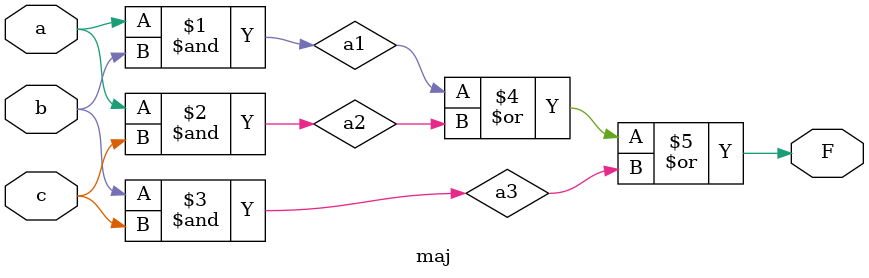
<source format=v>
`timescale 1ns / 1ps
module maj(output F, input a, b, c);
	wire a1, a2, a3;
	
	and and1(a1, a, b);
	and and2(a2, a, c);
	and and3(a3, b, c);
	
	or or1(F, a1, a2, a3);
endmodule

</source>
